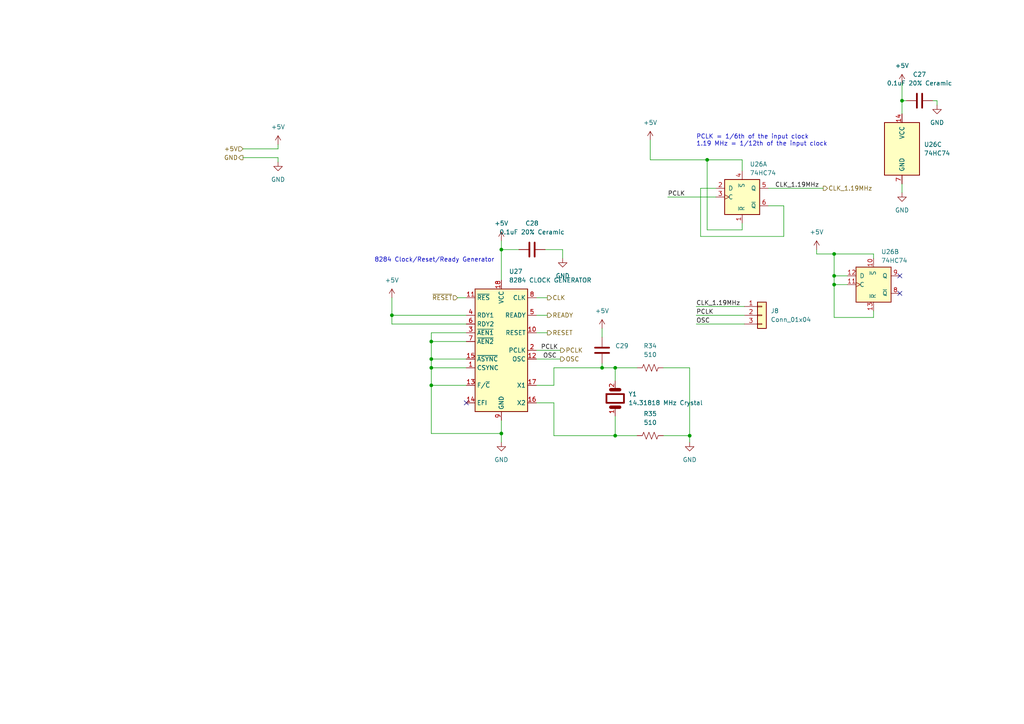
<source format=kicad_sch>
(kicad_sch
	(version 20231120)
	(generator "eeschema")
	(generator_version "8.0")
	(uuid "9644ec2a-5b3e-49e7-8a8b-86f0e6812620")
	(paper "A4")
	(lib_symbols
		(symbol "74xx:74HC74"
			(pin_names
				(offset 1.016)
			)
			(exclude_from_sim no)
			(in_bom yes)
			(on_board yes)
			(property "Reference" "U"
				(at -7.62 8.89 0)
				(effects
					(font
						(size 1.27 1.27)
					)
				)
			)
			(property "Value" "74HC74"
				(at -7.62 -8.89 0)
				(effects
					(font
						(size 1.27 1.27)
					)
				)
			)
			(property "Footprint" ""
				(at 0 0 0)
				(effects
					(font
						(size 1.27 1.27)
					)
					(hide yes)
				)
			)
			(property "Datasheet" "74xx/74hc_hct74.pdf"
				(at 0 0 0)
				(effects
					(font
						(size 1.27 1.27)
					)
					(hide yes)
				)
			)
			(property "Description" "Dual D Flip-flop, Set & Reset"
				(at 0 0 0)
				(effects
					(font
						(size 1.27 1.27)
					)
					(hide yes)
				)
			)
			(property "ki_locked" ""
				(at 0 0 0)
				(effects
					(font
						(size 1.27 1.27)
					)
				)
			)
			(property "ki_keywords" "TTL DFF"
				(at 0 0 0)
				(effects
					(font
						(size 1.27 1.27)
					)
					(hide yes)
				)
			)
			(property "ki_fp_filters" "DIP*W7.62mm*"
				(at 0 0 0)
				(effects
					(font
						(size 1.27 1.27)
					)
					(hide yes)
				)
			)
			(symbol "74HC74_1_0"
				(pin input line
					(at 0 -7.62 90)
					(length 2.54)
					(name "~{R}"
						(effects
							(font
								(size 1.27 1.27)
							)
						)
					)
					(number "1"
						(effects
							(font
								(size 1.27 1.27)
							)
						)
					)
				)
				(pin input line
					(at -7.62 2.54 0)
					(length 2.54)
					(name "D"
						(effects
							(font
								(size 1.27 1.27)
							)
						)
					)
					(number "2"
						(effects
							(font
								(size 1.27 1.27)
							)
						)
					)
				)
				(pin input clock
					(at -7.62 0 0)
					(length 2.54)
					(name "C"
						(effects
							(font
								(size 1.27 1.27)
							)
						)
					)
					(number "3"
						(effects
							(font
								(size 1.27 1.27)
							)
						)
					)
				)
				(pin input line
					(at 0 7.62 270)
					(length 2.54)
					(name "~{S}"
						(effects
							(font
								(size 1.27 1.27)
							)
						)
					)
					(number "4"
						(effects
							(font
								(size 1.27 1.27)
							)
						)
					)
				)
				(pin output line
					(at 7.62 2.54 180)
					(length 2.54)
					(name "Q"
						(effects
							(font
								(size 1.27 1.27)
							)
						)
					)
					(number "5"
						(effects
							(font
								(size 1.27 1.27)
							)
						)
					)
				)
				(pin output line
					(at 7.62 -2.54 180)
					(length 2.54)
					(name "~{Q}"
						(effects
							(font
								(size 1.27 1.27)
							)
						)
					)
					(number "6"
						(effects
							(font
								(size 1.27 1.27)
							)
						)
					)
				)
			)
			(symbol "74HC74_1_1"
				(rectangle
					(start -5.08 5.08)
					(end 5.08 -5.08)
					(stroke
						(width 0.254)
						(type default)
					)
					(fill
						(type background)
					)
				)
			)
			(symbol "74HC74_2_0"
				(pin input line
					(at 0 7.62 270)
					(length 2.54)
					(name "~{S}"
						(effects
							(font
								(size 1.27 1.27)
							)
						)
					)
					(number "10"
						(effects
							(font
								(size 1.27 1.27)
							)
						)
					)
				)
				(pin input clock
					(at -7.62 0 0)
					(length 2.54)
					(name "C"
						(effects
							(font
								(size 1.27 1.27)
							)
						)
					)
					(number "11"
						(effects
							(font
								(size 1.27 1.27)
							)
						)
					)
				)
				(pin input line
					(at -7.62 2.54 0)
					(length 2.54)
					(name "D"
						(effects
							(font
								(size 1.27 1.27)
							)
						)
					)
					(number "12"
						(effects
							(font
								(size 1.27 1.27)
							)
						)
					)
				)
				(pin input line
					(at 0 -7.62 90)
					(length 2.54)
					(name "~{R}"
						(effects
							(font
								(size 1.27 1.27)
							)
						)
					)
					(number "13"
						(effects
							(font
								(size 1.27 1.27)
							)
						)
					)
				)
				(pin output line
					(at 7.62 -2.54 180)
					(length 2.54)
					(name "~{Q}"
						(effects
							(font
								(size 1.27 1.27)
							)
						)
					)
					(number "8"
						(effects
							(font
								(size 1.27 1.27)
							)
						)
					)
				)
				(pin output line
					(at 7.62 2.54 180)
					(length 2.54)
					(name "Q"
						(effects
							(font
								(size 1.27 1.27)
							)
						)
					)
					(number "9"
						(effects
							(font
								(size 1.27 1.27)
							)
						)
					)
				)
			)
			(symbol "74HC74_2_1"
				(rectangle
					(start -5.08 5.08)
					(end 5.08 -5.08)
					(stroke
						(width 0.254)
						(type default)
					)
					(fill
						(type background)
					)
				)
			)
			(symbol "74HC74_3_0"
				(pin power_in line
					(at 0 10.16 270)
					(length 2.54)
					(name "VCC"
						(effects
							(font
								(size 1.27 1.27)
							)
						)
					)
					(number "14"
						(effects
							(font
								(size 1.27 1.27)
							)
						)
					)
				)
				(pin power_in line
					(at 0 -10.16 90)
					(length 2.54)
					(name "GND"
						(effects
							(font
								(size 1.27 1.27)
							)
						)
					)
					(number "7"
						(effects
							(font
								(size 1.27 1.27)
							)
						)
					)
				)
			)
			(symbol "74HC74_3_1"
				(rectangle
					(start -5.08 7.62)
					(end 5.08 -7.62)
					(stroke
						(width 0.254)
						(type default)
					)
					(fill
						(type background)
					)
				)
			)
		)
		(symbol "Connector_Generic:Conn_01x03"
			(pin_names
				(offset 1.016) hide)
			(exclude_from_sim no)
			(in_bom yes)
			(on_board yes)
			(property "Reference" "J"
				(at 0 5.08 0)
				(effects
					(font
						(size 1.27 1.27)
					)
				)
			)
			(property "Value" "Conn_01x03"
				(at 0 -5.08 0)
				(effects
					(font
						(size 1.27 1.27)
					)
				)
			)
			(property "Footprint" ""
				(at 0 0 0)
				(effects
					(font
						(size 1.27 1.27)
					)
					(hide yes)
				)
			)
			(property "Datasheet" "~"
				(at 0 0 0)
				(effects
					(font
						(size 1.27 1.27)
					)
					(hide yes)
				)
			)
			(property "Description" "Generic connector, single row, 01x03, script generated (kicad-library-utils/schlib/autogen/connector/)"
				(at 0 0 0)
				(effects
					(font
						(size 1.27 1.27)
					)
					(hide yes)
				)
			)
			(property "ki_keywords" "connector"
				(at 0 0 0)
				(effects
					(font
						(size 1.27 1.27)
					)
					(hide yes)
				)
			)
			(property "ki_fp_filters" "Connector*:*_1x??_*"
				(at 0 0 0)
				(effects
					(font
						(size 1.27 1.27)
					)
					(hide yes)
				)
			)
			(symbol "Conn_01x03_1_1"
				(rectangle
					(start -1.27 -2.413)
					(end 0 -2.667)
					(stroke
						(width 0.1524)
						(type default)
					)
					(fill
						(type none)
					)
				)
				(rectangle
					(start -1.27 0.127)
					(end 0 -0.127)
					(stroke
						(width 0.1524)
						(type default)
					)
					(fill
						(type none)
					)
				)
				(rectangle
					(start -1.27 2.667)
					(end 0 2.413)
					(stroke
						(width 0.1524)
						(type default)
					)
					(fill
						(type none)
					)
				)
				(rectangle
					(start -1.27 3.81)
					(end 1.27 -3.81)
					(stroke
						(width 0.254)
						(type default)
					)
					(fill
						(type background)
					)
				)
				(pin passive line
					(at -5.08 2.54 0)
					(length 3.81)
					(name "Pin_1"
						(effects
							(font
								(size 1.27 1.27)
							)
						)
					)
					(number "1"
						(effects
							(font
								(size 1.27 1.27)
							)
						)
					)
				)
				(pin passive line
					(at -5.08 0 0)
					(length 3.81)
					(name "Pin_2"
						(effects
							(font
								(size 1.27 1.27)
							)
						)
					)
					(number "2"
						(effects
							(font
								(size 1.27 1.27)
							)
						)
					)
				)
				(pin passive line
					(at -5.08 -2.54 0)
					(length 3.81)
					(name "Pin_3"
						(effects
							(font
								(size 1.27 1.27)
							)
						)
					)
					(number "3"
						(effects
							(font
								(size 1.27 1.27)
							)
						)
					)
				)
			)
		)
		(symbol "Device:C"
			(pin_numbers hide)
			(pin_names
				(offset 0.254)
			)
			(exclude_from_sim no)
			(in_bom yes)
			(on_board yes)
			(property "Reference" "C"
				(at 0.635 2.54 0)
				(effects
					(font
						(size 1.27 1.27)
					)
					(justify left)
				)
			)
			(property "Value" "C"
				(at 0.635 -2.54 0)
				(effects
					(font
						(size 1.27 1.27)
					)
					(justify left)
				)
			)
			(property "Footprint" ""
				(at 0.9652 -3.81 0)
				(effects
					(font
						(size 1.27 1.27)
					)
					(hide yes)
				)
			)
			(property "Datasheet" "~"
				(at 0 0 0)
				(effects
					(font
						(size 1.27 1.27)
					)
					(hide yes)
				)
			)
			(property "Description" "Unpolarized capacitor"
				(at 0 0 0)
				(effects
					(font
						(size 1.27 1.27)
					)
					(hide yes)
				)
			)
			(property "ki_keywords" "cap capacitor"
				(at 0 0 0)
				(effects
					(font
						(size 1.27 1.27)
					)
					(hide yes)
				)
			)
			(property "ki_fp_filters" "C_*"
				(at 0 0 0)
				(effects
					(font
						(size 1.27 1.27)
					)
					(hide yes)
				)
			)
			(symbol "C_0_1"
				(polyline
					(pts
						(xy -2.032 -0.762) (xy 2.032 -0.762)
					)
					(stroke
						(width 0.508)
						(type default)
					)
					(fill
						(type none)
					)
				)
				(polyline
					(pts
						(xy -2.032 0.762) (xy 2.032 0.762)
					)
					(stroke
						(width 0.508)
						(type default)
					)
					(fill
						(type none)
					)
				)
			)
			(symbol "C_1_1"
				(pin passive line
					(at 0 3.81 270)
					(length 2.794)
					(name "~"
						(effects
							(font
								(size 1.27 1.27)
							)
						)
					)
					(number "1"
						(effects
							(font
								(size 1.27 1.27)
							)
						)
					)
				)
				(pin passive line
					(at 0 -3.81 90)
					(length 2.794)
					(name "~"
						(effects
							(font
								(size 1.27 1.27)
							)
						)
					)
					(number "2"
						(effects
							(font
								(size 1.27 1.27)
							)
						)
					)
				)
			)
		)
		(symbol "Device:R_US"
			(pin_numbers hide)
			(pin_names
				(offset 0)
			)
			(exclude_from_sim no)
			(in_bom yes)
			(on_board yes)
			(property "Reference" "R"
				(at 2.54 0 90)
				(effects
					(font
						(size 1.27 1.27)
					)
				)
			)
			(property "Value" "R_US"
				(at -2.54 0 90)
				(effects
					(font
						(size 1.27 1.27)
					)
				)
			)
			(property "Footprint" ""
				(at 1.016 -0.254 90)
				(effects
					(font
						(size 1.27 1.27)
					)
					(hide yes)
				)
			)
			(property "Datasheet" "~"
				(at 0 0 0)
				(effects
					(font
						(size 1.27 1.27)
					)
					(hide yes)
				)
			)
			(property "Description" "Resistor, US symbol"
				(at 0 0 0)
				(effects
					(font
						(size 1.27 1.27)
					)
					(hide yes)
				)
			)
			(property "ki_keywords" "R res resistor"
				(at 0 0 0)
				(effects
					(font
						(size 1.27 1.27)
					)
					(hide yes)
				)
			)
			(property "ki_fp_filters" "R_*"
				(at 0 0 0)
				(effects
					(font
						(size 1.27 1.27)
					)
					(hide yes)
				)
			)
			(symbol "R_US_0_1"
				(polyline
					(pts
						(xy 0 -2.286) (xy 0 -2.54)
					)
					(stroke
						(width 0)
						(type default)
					)
					(fill
						(type none)
					)
				)
				(polyline
					(pts
						(xy 0 2.286) (xy 0 2.54)
					)
					(stroke
						(width 0)
						(type default)
					)
					(fill
						(type none)
					)
				)
				(polyline
					(pts
						(xy 0 -0.762) (xy 1.016 -1.143) (xy 0 -1.524) (xy -1.016 -1.905) (xy 0 -2.286)
					)
					(stroke
						(width 0)
						(type default)
					)
					(fill
						(type none)
					)
				)
				(polyline
					(pts
						(xy 0 0.762) (xy 1.016 0.381) (xy 0 0) (xy -1.016 -0.381) (xy 0 -0.762)
					)
					(stroke
						(width 0)
						(type default)
					)
					(fill
						(type none)
					)
				)
				(polyline
					(pts
						(xy 0 2.286) (xy 1.016 1.905) (xy 0 1.524) (xy -1.016 1.143) (xy 0 0.762)
					)
					(stroke
						(width 0)
						(type default)
					)
					(fill
						(type none)
					)
				)
			)
			(symbol "R_US_1_1"
				(pin passive line
					(at 0 3.81 270)
					(length 1.27)
					(name "~"
						(effects
							(font
								(size 1.27 1.27)
							)
						)
					)
					(number "1"
						(effects
							(font
								(size 1.27 1.27)
							)
						)
					)
				)
				(pin passive line
					(at 0 -3.81 90)
					(length 1.27)
					(name "~"
						(effects
							(font
								(size 1.27 1.27)
							)
						)
					)
					(number "2"
						(effects
							(font
								(size 1.27 1.27)
							)
						)
					)
				)
			)
		)
		(symbol "PCM_SL_Devices:Crystal_24MHz"
			(exclude_from_sim no)
			(in_bom yes)
			(on_board yes)
			(property "Reference" "Y"
				(at 0 7.62 0)
				(effects
					(font
						(size 1.27 1.27)
					)
				)
			)
			(property "Value" "Crystal_24MHz"
				(at 0 5.08 0)
				(effects
					(font
						(size 1.27 1.27)
					)
				)
			)
			(property "Footprint" "Crystal:Crystal_HC49-4H_Vertical"
				(at 0 -3.81 0)
				(effects
					(font
						(size 1.27 1.27)
					)
					(hide yes)
				)
			)
			(property "Datasheet" ""
				(at 0 1.27 0)
				(effects
					(font
						(size 1.27 1.27)
					)
					(hide yes)
				)
			)
			(property "Description" "24Mz Crystal"
				(at 0 0 0)
				(effects
					(font
						(size 1.27 1.27)
					)
					(hide yes)
				)
			)
			(property "ki_keywords" "24Mz Crystal"
				(at 0 0 0)
				(effects
					(font
						(size 1.27 1.27)
					)
					(hide yes)
				)
			)
			(symbol "Crystal_24MHz_0_1"
				(rectangle
					(start -1.27 2.54)
					(end 1.27 -2.54)
					(stroke
						(width 0.5)
						(type default)
					)
					(fill
						(type none)
					)
				)
				(polyline
					(pts
						(xy -2.54 1.27) (xy -2.54 -1.27)
					)
					(stroke
						(width 1)
						(type default)
					)
					(fill
						(type none)
					)
				)
				(polyline
					(pts
						(xy 2.54 1.27) (xy 2.54 -1.27)
					)
					(stroke
						(width 1)
						(type default)
					)
					(fill
						(type none)
					)
				)
			)
			(symbol "Crystal_24MHz_1_1"
				(pin passive line
					(at -5.08 0 0)
					(length 2.54)
					(name ""
						(effects
							(font
								(size 1.27 1.27)
							)
						)
					)
					(number "1"
						(effects
							(font
								(size 1.27 1.27)
							)
						)
					)
				)
				(pin passive line
					(at 5.08 0 180)
					(length 2.54)
					(name ""
						(effects
							(font
								(size 1.27 1.27)
							)
						)
					)
					(number "2"
						(effects
							(font
								(size 1.27 1.27)
							)
						)
					)
				)
			)
		)
		(symbol "Timer:8284"
			(exclude_from_sim no)
			(in_bom yes)
			(on_board yes)
			(property "Reference" "U"
				(at -3.81 19.05 0)
				(effects
					(font
						(size 1.27 1.27)
					)
					(justify right)
				)
			)
			(property "Value" "8284"
				(at 2.54 19.05 0)
				(effects
					(font
						(size 1.27 1.27)
					)
					(justify left)
				)
			)
			(property "Footprint" "Package_DIP:DIP-18_W7.62mm"
				(at 0 0 0)
				(effects
					(font
						(size 1.27 1.27)
						(italic yes)
					)
					(hide yes)
				)
			)
			(property "Datasheet" "http://www.cpu-galaxy.at/cpu/ram%20rom%20eprom/other_intel_chips/other_intel-Dateien/D8284A_Datasheet.pdf"
				(at 0 0 0)
				(effects
					(font
						(size 1.27 1.27)
					)
					(hide yes)
				)
			)
			(property "Description" "Clock Generator and Driver for i8086/88 Microcontrollers, PDIP-18"
				(at 0 0 0)
				(effects
					(font
						(size 1.27 1.27)
					)
					(hide yes)
				)
			)
			(property "ki_keywords" "Clock Generator"
				(at 0 0 0)
				(effects
					(font
						(size 1.27 1.27)
					)
					(hide yes)
				)
			)
			(property "ki_fp_filters" "DIP*W7.62mm*"
				(at 0 0 0)
				(effects
					(font
						(size 1.27 1.27)
					)
					(hide yes)
				)
			)
			(symbol "8284_0_0"
				(rectangle
					(start -7.62 -17.78)
					(end 7.62 17.78)
					(stroke
						(width 0.254)
						(type default)
					)
					(fill
						(type background)
					)
				)
			)
			(symbol "8284_1_1"
				(pin input line
					(at -10.16 -5.08 0)
					(length 2.54)
					(name "CSYNC"
						(effects
							(font
								(size 1.27 1.27)
							)
						)
					)
					(number "1"
						(effects
							(font
								(size 1.27 1.27)
							)
						)
					)
				)
				(pin output line
					(at 10.16 5.08 180)
					(length 2.54)
					(name "RESET"
						(effects
							(font
								(size 1.27 1.27)
							)
						)
					)
					(number "10"
						(effects
							(font
								(size 1.27 1.27)
							)
						)
					)
				)
				(pin input line
					(at -10.16 15.24 0)
					(length 2.54)
					(name "~{RES}"
						(effects
							(font
								(size 1.27 1.27)
							)
						)
					)
					(number "11"
						(effects
							(font
								(size 1.27 1.27)
							)
						)
					)
				)
				(pin output line
					(at 10.16 -2.54 180)
					(length 2.54)
					(name "OSC"
						(effects
							(font
								(size 1.27 1.27)
							)
						)
					)
					(number "12"
						(effects
							(font
								(size 1.27 1.27)
							)
						)
					)
				)
				(pin input line
					(at -10.16 -10.16 0)
					(length 2.54)
					(name "F/~{C}"
						(effects
							(font
								(size 1.27 1.27)
							)
						)
					)
					(number "13"
						(effects
							(font
								(size 1.27 1.27)
							)
						)
					)
				)
				(pin input line
					(at -10.16 -15.24 0)
					(length 2.54)
					(name "EFI"
						(effects
							(font
								(size 1.27 1.27)
							)
						)
					)
					(number "14"
						(effects
							(font
								(size 1.27 1.27)
							)
						)
					)
				)
				(pin input line
					(at -10.16 -2.54 0)
					(length 2.54)
					(name "~{ASYNC}"
						(effects
							(font
								(size 1.27 1.27)
							)
						)
					)
					(number "15"
						(effects
							(font
								(size 1.27 1.27)
							)
						)
					)
				)
				(pin output line
					(at 10.16 -15.24 180)
					(length 2.54)
					(name "X2"
						(effects
							(font
								(size 1.27 1.27)
							)
						)
					)
					(number "16"
						(effects
							(font
								(size 1.27 1.27)
							)
						)
					)
				)
				(pin input line
					(at 10.16 -10.16 180)
					(length 2.54)
					(name "X1"
						(effects
							(font
								(size 1.27 1.27)
							)
						)
					)
					(number "17"
						(effects
							(font
								(size 1.27 1.27)
							)
						)
					)
				)
				(pin power_in line
					(at 0 20.32 270)
					(length 2.54)
					(name "VCC"
						(effects
							(font
								(size 1.27 1.27)
							)
						)
					)
					(number "18"
						(effects
							(font
								(size 1.27 1.27)
							)
						)
					)
				)
				(pin output line
					(at 10.16 0 180)
					(length 2.54)
					(name "PCLK"
						(effects
							(font
								(size 1.27 1.27)
							)
						)
					)
					(number "2"
						(effects
							(font
								(size 1.27 1.27)
							)
						)
					)
				)
				(pin input line
					(at -10.16 5.08 0)
					(length 2.54)
					(name "~{AEN1}"
						(effects
							(font
								(size 1.27 1.27)
							)
						)
					)
					(number "3"
						(effects
							(font
								(size 1.27 1.27)
							)
						)
					)
				)
				(pin input line
					(at -10.16 10.16 0)
					(length 2.54)
					(name "RDY1"
						(effects
							(font
								(size 1.27 1.27)
							)
						)
					)
					(number "4"
						(effects
							(font
								(size 1.27 1.27)
							)
						)
					)
				)
				(pin output line
					(at 10.16 10.16 180)
					(length 2.54)
					(name "READY"
						(effects
							(font
								(size 1.27 1.27)
							)
						)
					)
					(number "5"
						(effects
							(font
								(size 1.27 1.27)
							)
						)
					)
				)
				(pin input line
					(at -10.16 7.62 0)
					(length 2.54)
					(name "RDY2"
						(effects
							(font
								(size 1.27 1.27)
							)
						)
					)
					(number "6"
						(effects
							(font
								(size 1.27 1.27)
							)
						)
					)
				)
				(pin input line
					(at -10.16 2.54 0)
					(length 2.54)
					(name "~{AEN2}"
						(effects
							(font
								(size 1.27 1.27)
							)
						)
					)
					(number "7"
						(effects
							(font
								(size 1.27 1.27)
							)
						)
					)
				)
				(pin output line
					(at 10.16 15.24 180)
					(length 2.54)
					(name "CLK"
						(effects
							(font
								(size 1.27 1.27)
							)
						)
					)
					(number "8"
						(effects
							(font
								(size 1.27 1.27)
							)
						)
					)
				)
				(pin power_in line
					(at 0 -20.32 90)
					(length 2.54)
					(name "GND"
						(effects
							(font
								(size 1.27 1.27)
							)
						)
					)
					(number "9"
						(effects
							(font
								(size 1.27 1.27)
							)
						)
					)
				)
			)
		)
		(symbol "power:+5V"
			(power)
			(pin_names
				(offset 0)
			)
			(exclude_from_sim no)
			(in_bom yes)
			(on_board yes)
			(property "Reference" "#PWR"
				(at 0 -3.81 0)
				(effects
					(font
						(size 1.27 1.27)
					)
					(hide yes)
				)
			)
			(property "Value" "+5V"
				(at 0 3.556 0)
				(effects
					(font
						(size 1.27 1.27)
					)
				)
			)
			(property "Footprint" ""
				(at 0 0 0)
				(effects
					(font
						(size 1.27 1.27)
					)
					(hide yes)
				)
			)
			(property "Datasheet" ""
				(at 0 0 0)
				(effects
					(font
						(size 1.27 1.27)
					)
					(hide yes)
				)
			)
			(property "Description" "Power symbol creates a global label with name \"+5V\""
				(at 0 0 0)
				(effects
					(font
						(size 1.27 1.27)
					)
					(hide yes)
				)
			)
			(property "ki_keywords" "global power"
				(at 0 0 0)
				(effects
					(font
						(size 1.27 1.27)
					)
					(hide yes)
				)
			)
			(symbol "+5V_0_1"
				(polyline
					(pts
						(xy -0.762 1.27) (xy 0 2.54)
					)
					(stroke
						(width 0)
						(type default)
					)
					(fill
						(type none)
					)
				)
				(polyline
					(pts
						(xy 0 0) (xy 0 2.54)
					)
					(stroke
						(width 0)
						(type default)
					)
					(fill
						(type none)
					)
				)
				(polyline
					(pts
						(xy 0 2.54) (xy 0.762 1.27)
					)
					(stroke
						(width 0)
						(type default)
					)
					(fill
						(type none)
					)
				)
			)
			(symbol "+5V_1_1"
				(pin power_in line
					(at 0 0 90)
					(length 0) hide
					(name "+5V"
						(effects
							(font
								(size 1.27 1.27)
							)
						)
					)
					(number "1"
						(effects
							(font
								(size 1.27 1.27)
							)
						)
					)
				)
			)
		)
		(symbol "power:GND"
			(power)
			(pin_names
				(offset 0)
			)
			(exclude_from_sim no)
			(in_bom yes)
			(on_board yes)
			(property "Reference" "#PWR"
				(at 0 -6.35 0)
				(effects
					(font
						(size 1.27 1.27)
					)
					(hide yes)
				)
			)
			(property "Value" "GND"
				(at 0 -3.81 0)
				(effects
					(font
						(size 1.27 1.27)
					)
				)
			)
			(property "Footprint" ""
				(at 0 0 0)
				(effects
					(font
						(size 1.27 1.27)
					)
					(hide yes)
				)
			)
			(property "Datasheet" ""
				(at 0 0 0)
				(effects
					(font
						(size 1.27 1.27)
					)
					(hide yes)
				)
			)
			(property "Description" "Power symbol creates a global label with name \"GND\" , ground"
				(at 0 0 0)
				(effects
					(font
						(size 1.27 1.27)
					)
					(hide yes)
				)
			)
			(property "ki_keywords" "global power"
				(at 0 0 0)
				(effects
					(font
						(size 1.27 1.27)
					)
					(hide yes)
				)
			)
			(symbol "GND_0_1"
				(polyline
					(pts
						(xy 0 0) (xy 0 -1.27) (xy 1.27 -1.27) (xy 0 -2.54) (xy -1.27 -1.27) (xy 0 -1.27)
					)
					(stroke
						(width 0)
						(type default)
					)
					(fill
						(type none)
					)
				)
			)
			(symbol "GND_1_1"
				(pin power_in line
					(at 0 0 270)
					(length 0) hide
					(name "GND"
						(effects
							(font
								(size 1.27 1.27)
							)
						)
					)
					(number "1"
						(effects
							(font
								(size 1.27 1.27)
							)
						)
					)
				)
			)
		)
	)
	(junction
		(at 241.935 80.01)
		(diameter 0)
		(color 0 0 0 0)
		(uuid "29fbb771-f41b-48ae-a298-ab1e139ff9f7")
	)
	(junction
		(at 178.435 126.365)
		(diameter 0)
		(color 0 0 0 0)
		(uuid "3bab08b3-48db-4ce3-9964-c1959d565287")
	)
	(junction
		(at 241.935 82.55)
		(diameter 0)
		(color 0 0 0 0)
		(uuid "3eb63262-dd32-4dab-8edf-35801e2c2ac8")
	)
	(junction
		(at 145.415 125.73)
		(diameter 0)
		(color 0 0 0 0)
		(uuid "4360cf6c-df34-417a-b8f0-c51e3c5baefc")
	)
	(junction
		(at 125.095 106.68)
		(diameter 0)
		(color 0 0 0 0)
		(uuid "701ac743-cbe1-4933-a459-c4486947a674")
	)
	(junction
		(at 125.095 104.14)
		(diameter 0)
		(color 0 0 0 0)
		(uuid "74d48e1e-4ad7-4c31-98a0-4727050a9df2")
	)
	(junction
		(at 241.935 73.66)
		(diameter 0)
		(color 0 0 0 0)
		(uuid "76c7f422-9fba-48f0-936b-030d21c3ffcd")
	)
	(junction
		(at 261.62 29.21)
		(diameter 0)
		(color 0 0 0 0)
		(uuid "b95e61fc-e0f5-4b31-b87f-c38305e18cac")
	)
	(junction
		(at 145.415 72.39)
		(diameter 0)
		(color 0 0 0 0)
		(uuid "bd49a419-2641-460b-96c6-3115c90fada2")
	)
	(junction
		(at 174.625 106.68)
		(diameter 0)
		(color 0 0 0 0)
		(uuid "c3871ad2-87b2-42c1-96d3-8736b7e2209e")
	)
	(junction
		(at 205.105 46.355)
		(diameter 0)
		(color 0 0 0 0)
		(uuid "cd442b8a-d981-4a34-9037-9da6baee6aca")
	)
	(junction
		(at 178.435 106.68)
		(diameter 0)
		(color 0 0 0 0)
		(uuid "de7149aa-bd88-4aa9-8754-f9236fa2833f")
	)
	(junction
		(at 200.025 126.365)
		(diameter 0)
		(color 0 0 0 0)
		(uuid "dec8b83d-f60f-4ccb-94a3-98f3d620e27b")
	)
	(junction
		(at 113.665 91.44)
		(diameter 0)
		(color 0 0 0 0)
		(uuid "df1e0f8e-a1ec-4497-9c9b-0065c354ef67")
	)
	(junction
		(at 125.095 111.76)
		(diameter 0)
		(color 0 0 0 0)
		(uuid "eb214fe5-3974-4d4e-85d0-1feea85866e7")
	)
	(junction
		(at 125.095 99.06)
		(diameter 0)
		(color 0 0 0 0)
		(uuid "f62a66d4-c67d-4e72-96cf-3ae6579f7a0a")
	)
	(no_connect
		(at 260.985 85.09)
		(uuid "55a03894-5e2b-4086-b45f-a3936d83fd2a")
	)
	(no_connect
		(at 260.985 80.01)
		(uuid "9036f7c9-ce53-4c1f-865e-1db085cef282")
	)
	(no_connect
		(at 135.255 116.84)
		(uuid "e8dd8f13-78bf-4121-acb4-43c617ad7733")
	)
	(wire
		(pts
			(xy 215.265 64.77) (xy 215.265 66.675)
		)
		(stroke
			(width 0)
			(type default)
		)
		(uuid "03f1e526-6577-474a-a11a-04c863a3ca1c")
	)
	(wire
		(pts
			(xy 80.645 45.72) (xy 80.645 46.99)
		)
		(stroke
			(width 0)
			(type default)
		)
		(uuid "04bfbe3f-85dd-4f5e-add7-47d91614d9c3")
	)
	(wire
		(pts
			(xy 241.935 80.01) (xy 241.935 82.55)
		)
		(stroke
			(width 0)
			(type default)
		)
		(uuid "0981271f-b4a1-477c-9369-83486b51186a")
	)
	(wire
		(pts
			(xy 160.655 126.365) (xy 178.435 126.365)
		)
		(stroke
			(width 0)
			(type default)
		)
		(uuid "0bc716da-1fe0-483f-bd5a-b81d454ea436")
	)
	(wire
		(pts
			(xy 135.255 106.68) (xy 125.095 106.68)
		)
		(stroke
			(width 0)
			(type default)
		)
		(uuid "0db09d09-0dc9-40d1-8b17-94aa6774633b")
	)
	(wire
		(pts
			(xy 155.575 104.14) (xy 162.56 104.14)
		)
		(stroke
			(width 0)
			(type default)
		)
		(uuid "0fb807d1-7c9b-4953-9d4c-b84cb8f255a3")
	)
	(wire
		(pts
			(xy 113.665 86.36) (xy 113.665 91.44)
		)
		(stroke
			(width 0)
			(type default)
		)
		(uuid "10df7009-fc19-4160-9473-74b9cd44c510")
	)
	(wire
		(pts
			(xy 253.365 73.66) (xy 241.935 73.66)
		)
		(stroke
			(width 0)
			(type default)
		)
		(uuid "1158b07f-96da-47c5-8dc1-b910a8a38624")
	)
	(wire
		(pts
			(xy 155.575 96.52) (xy 158.75 96.52)
		)
		(stroke
			(width 0)
			(type default)
		)
		(uuid "19a2046c-02b9-4eeb-874d-58b10a1317d3")
	)
	(wire
		(pts
			(xy 174.625 105.41) (xy 174.625 106.68)
		)
		(stroke
			(width 0)
			(type default)
		)
		(uuid "1bc85d52-9d28-4cb4-bf98-12664b5e3570")
	)
	(wire
		(pts
			(xy 201.93 88.9) (xy 215.9 88.9)
		)
		(stroke
			(width 0)
			(type default)
		)
		(uuid "1cf70e46-4dcc-4f9d-8104-ff1ddd14a876")
	)
	(wire
		(pts
			(xy 201.93 91.44) (xy 215.9 91.44)
		)
		(stroke
			(width 0)
			(type default)
		)
		(uuid "20ee2bbe-9eb4-49e4-9bab-6322d457b87c")
	)
	(wire
		(pts
			(xy 201.93 93.98) (xy 215.9 93.98)
		)
		(stroke
			(width 0)
			(type default)
		)
		(uuid "23c411aa-d06b-4775-946b-cde54c9c9a18")
	)
	(wire
		(pts
			(xy 261.62 24.13) (xy 261.62 29.21)
		)
		(stroke
			(width 0)
			(type default)
		)
		(uuid "24bda0e5-5e93-4798-bcba-58082cc0b578")
	)
	(wire
		(pts
			(xy 125.095 111.76) (xy 125.095 125.73)
		)
		(stroke
			(width 0)
			(type default)
		)
		(uuid "25119d5f-e250-4a3d-ae00-b7530fbfe35a")
	)
	(wire
		(pts
			(xy 145.415 69.85) (xy 145.415 72.39)
		)
		(stroke
			(width 0)
			(type default)
		)
		(uuid "28744f4d-b630-40bf-8393-cadab8b611a9")
	)
	(wire
		(pts
			(xy 160.655 106.68) (xy 174.625 106.68)
		)
		(stroke
			(width 0)
			(type default)
		)
		(uuid "3040a184-c259-4dd0-a7e1-6474e234c5cc")
	)
	(wire
		(pts
			(xy 203.2 54.61) (xy 207.645 54.61)
		)
		(stroke
			(width 0)
			(type default)
		)
		(uuid "312fb130-4005-41c1-b07c-7124ca5e2d5a")
	)
	(wire
		(pts
			(xy 188.595 40.64) (xy 188.595 46.355)
		)
		(stroke
			(width 0)
			(type default)
		)
		(uuid "344f9344-a5cd-4bd9-ac55-9975fdfb49f1")
	)
	(wire
		(pts
			(xy 174.625 106.68) (xy 178.435 106.68)
		)
		(stroke
			(width 0)
			(type default)
		)
		(uuid "365eccbb-f03c-4ec7-9f3c-c0f345781738")
	)
	(wire
		(pts
			(xy 203.2 68.58) (xy 203.2 54.61)
		)
		(stroke
			(width 0)
			(type default)
		)
		(uuid "3ac5991f-7a3f-4658-8f4b-f9425931e5e6")
	)
	(wire
		(pts
			(xy 241.935 80.01) (xy 245.745 80.01)
		)
		(stroke
			(width 0)
			(type default)
		)
		(uuid "3c019c3e-dcbf-4ade-93b4-6cb682183f66")
	)
	(wire
		(pts
			(xy 125.095 104.14) (xy 125.095 99.06)
		)
		(stroke
			(width 0)
			(type default)
		)
		(uuid "3c6a7c76-84b4-43cc-a100-47b46dc81039")
	)
	(wire
		(pts
			(xy 160.655 116.84) (xy 160.655 126.365)
		)
		(stroke
			(width 0)
			(type default)
		)
		(uuid "4b015d2e-a767-40d7-867b-3e1d4955158e")
	)
	(wire
		(pts
			(xy 222.885 59.69) (xy 227.33 59.69)
		)
		(stroke
			(width 0)
			(type default)
		)
		(uuid "4d19e20e-dc60-48a5-993d-d0c532fcd9c3")
	)
	(wire
		(pts
			(xy 215.265 49.53) (xy 215.265 46.355)
		)
		(stroke
			(width 0)
			(type default)
		)
		(uuid "4fa74457-bc95-44e7-9e10-d0c4b468ee51")
	)
	(wire
		(pts
			(xy 155.575 101.6) (xy 162.56 101.6)
		)
		(stroke
			(width 0)
			(type default)
		)
		(uuid "50acfb80-bbd1-4ad7-92ff-a4492478fb8a")
	)
	(wire
		(pts
			(xy 253.365 92.075) (xy 253.365 90.17)
		)
		(stroke
			(width 0)
			(type default)
		)
		(uuid "52a1d33c-0b23-4fee-80f4-c700b76aca2b")
	)
	(wire
		(pts
			(xy 215.265 46.355) (xy 205.105 46.355)
		)
		(stroke
			(width 0)
			(type default)
		)
		(uuid "53f2a72a-53be-4d2f-9ab7-5b985dc8c8a5")
	)
	(wire
		(pts
			(xy 200.025 106.68) (xy 200.025 126.365)
		)
		(stroke
			(width 0)
			(type default)
		)
		(uuid "5d257c45-ba52-401f-bb56-fa17576d6cc2")
	)
	(wire
		(pts
			(xy 113.665 93.98) (xy 135.255 93.98)
		)
		(stroke
			(width 0)
			(type default)
		)
		(uuid "5e5491e4-aeaf-457f-aa7b-91ff6aa530e0")
	)
	(wire
		(pts
			(xy 163.195 72.39) (xy 163.195 74.93)
		)
		(stroke
			(width 0)
			(type default)
		)
		(uuid "60c50a5e-0f93-4026-9d96-03d2cc4f6675")
	)
	(wire
		(pts
			(xy 222.885 54.61) (xy 238.76 54.61)
		)
		(stroke
			(width 0)
			(type default)
		)
		(uuid "62250d57-4567-4e6d-9c88-9baa4637fc08")
	)
	(wire
		(pts
			(xy 236.855 73.66) (xy 236.855 72.39)
		)
		(stroke
			(width 0)
			(type default)
		)
		(uuid "63072b59-1037-4f69-8556-fd12c43850eb")
	)
	(wire
		(pts
			(xy 125.095 104.14) (xy 135.255 104.14)
		)
		(stroke
			(width 0)
			(type default)
		)
		(uuid "65711725-af81-4611-9a79-cb32e5aa89c8")
	)
	(wire
		(pts
			(xy 125.095 106.68) (xy 125.095 104.14)
		)
		(stroke
			(width 0)
			(type default)
		)
		(uuid "660a3c3b-34b7-432f-95ab-17d5f3946730")
	)
	(wire
		(pts
			(xy 155.575 91.44) (xy 158.75 91.44)
		)
		(stroke
			(width 0)
			(type default)
		)
		(uuid "68626427-24ba-44e3-94f7-6edaf93c3e4a")
	)
	(wire
		(pts
			(xy 135.255 96.52) (xy 125.095 96.52)
		)
		(stroke
			(width 0)
			(type default)
		)
		(uuid "717ca918-428d-4baf-b6a9-6edcf1a5d228")
	)
	(wire
		(pts
			(xy 271.78 30.48) (xy 271.78 29.21)
		)
		(stroke
			(width 0)
			(type default)
		)
		(uuid "7a9d4d9b-1713-47f6-8911-a08182683c10")
	)
	(wire
		(pts
			(xy 215.265 66.675) (xy 205.105 66.675)
		)
		(stroke
			(width 0)
			(type default)
		)
		(uuid "7dea771f-38a5-4dc0-9608-9448973b84f7")
	)
	(wire
		(pts
			(xy 145.415 72.39) (xy 145.415 81.28)
		)
		(stroke
			(width 0)
			(type default)
		)
		(uuid "7fb4f26c-9ed6-4114-bdf3-8a5b212b9422")
	)
	(wire
		(pts
			(xy 132.715 86.36) (xy 135.255 86.36)
		)
		(stroke
			(width 0)
			(type default)
		)
		(uuid "8e984572-6fa4-48bb-ba5a-8a5b1a0b7657")
	)
	(wire
		(pts
			(xy 155.575 86.36) (xy 158.75 86.36)
		)
		(stroke
			(width 0)
			(type default)
		)
		(uuid "8f74d1a2-db15-40e4-9fd9-8e270b91c50c")
	)
	(wire
		(pts
			(xy 113.665 91.44) (xy 135.255 91.44)
		)
		(stroke
			(width 0)
			(type default)
		)
		(uuid "90134cdf-be08-470e-8ecc-3493e5453cd3")
	)
	(wire
		(pts
			(xy 155.575 111.76) (xy 160.655 111.76)
		)
		(stroke
			(width 0)
			(type default)
		)
		(uuid "9338228e-9f20-4ecc-9597-4949df4f2835")
	)
	(wire
		(pts
			(xy 205.105 46.355) (xy 205.105 66.675)
		)
		(stroke
			(width 0)
			(type default)
		)
		(uuid "94c9bc05-dd1a-461f-84fb-e7c0fbdcdcad")
	)
	(wire
		(pts
			(xy 178.435 106.68) (xy 178.435 110.49)
		)
		(stroke
			(width 0)
			(type default)
		)
		(uuid "976cd3ba-a0ac-42ef-a648-29d8fc1a715d")
	)
	(wire
		(pts
			(xy 145.415 72.39) (xy 150.495 72.39)
		)
		(stroke
			(width 0)
			(type default)
		)
		(uuid "9ca58f81-4b77-43e6-9876-af4638529406")
	)
	(wire
		(pts
			(xy 145.415 121.92) (xy 145.415 125.73)
		)
		(stroke
			(width 0)
			(type default)
		)
		(uuid "a10edfc3-f2a0-4078-83dd-ebbf36f4f79c")
	)
	(wire
		(pts
			(xy 155.575 116.84) (xy 160.655 116.84)
		)
		(stroke
			(width 0)
			(type default)
		)
		(uuid "a1c0e611-3039-4262-bba1-3b008b4b220a")
	)
	(wire
		(pts
			(xy 241.935 92.075) (xy 241.935 82.55)
		)
		(stroke
			(width 0)
			(type default)
		)
		(uuid "a37beac6-6f60-4b85-9ad1-26a51e3db695")
	)
	(wire
		(pts
			(xy 261.62 53.34) (xy 261.62 55.88)
		)
		(stroke
			(width 0)
			(type default)
		)
		(uuid "a4ee7669-0d11-42d6-b80f-22007060bc3c")
	)
	(wire
		(pts
			(xy 178.435 120.65) (xy 178.435 126.365)
		)
		(stroke
			(width 0)
			(type default)
		)
		(uuid "a57810b4-d447-46bb-bc07-287ad706e076")
	)
	(wire
		(pts
			(xy 125.095 99.06) (xy 135.255 99.06)
		)
		(stroke
			(width 0)
			(type default)
		)
		(uuid "a69aad70-4b43-4ea7-b439-4af5ac0acae2")
	)
	(wire
		(pts
			(xy 158.115 72.39) (xy 163.195 72.39)
		)
		(stroke
			(width 0)
			(type default)
		)
		(uuid "a6e3f6cf-04e2-4359-ba06-a5554da054fd")
	)
	(wire
		(pts
			(xy 70.485 45.72) (xy 80.645 45.72)
		)
		(stroke
			(width 0)
			(type default)
		)
		(uuid "a737de57-b6f6-4b14-9b22-0c5dc4c0d8f1")
	)
	(wire
		(pts
			(xy 192.405 126.365) (xy 200.025 126.365)
		)
		(stroke
			(width 0)
			(type default)
		)
		(uuid "aeb5b3b5-3722-4bea-b79a-383773952365")
	)
	(wire
		(pts
			(xy 160.655 111.76) (xy 160.655 106.68)
		)
		(stroke
			(width 0)
			(type default)
		)
		(uuid "b501ab0d-3445-4818-91fb-daad681beea8")
	)
	(wire
		(pts
			(xy 241.935 73.66) (xy 236.855 73.66)
		)
		(stroke
			(width 0)
			(type default)
		)
		(uuid "b6b1e52a-ed15-4616-a721-364277e4be81")
	)
	(wire
		(pts
			(xy 145.415 125.73) (xy 145.415 128.27)
		)
		(stroke
			(width 0)
			(type default)
		)
		(uuid "b8b1e3bc-9380-41fd-b573-73772b123b77")
	)
	(wire
		(pts
			(xy 253.365 74.93) (xy 253.365 73.66)
		)
		(stroke
			(width 0)
			(type default)
		)
		(uuid "bc742a53-003b-4fea-8470-e686d76acd20")
	)
	(wire
		(pts
			(xy 125.095 96.52) (xy 125.095 99.06)
		)
		(stroke
			(width 0)
			(type default)
		)
		(uuid "c0d25288-ffc4-4956-a9f1-65e032151be7")
	)
	(wire
		(pts
			(xy 188.595 46.355) (xy 205.105 46.355)
		)
		(stroke
			(width 0)
			(type default)
		)
		(uuid "c1422c07-798a-41fc-b915-ecef00373cc8")
	)
	(wire
		(pts
			(xy 70.485 43.18) (xy 80.645 43.18)
		)
		(stroke
			(width 0)
			(type default)
		)
		(uuid "c1520638-d78c-4e1a-a520-b474f198d8fe")
	)
	(wire
		(pts
			(xy 113.665 91.44) (xy 113.665 93.98)
		)
		(stroke
			(width 0)
			(type default)
		)
		(uuid "c291ff3d-a614-491f-a02e-48cb90ae5242")
	)
	(wire
		(pts
			(xy 174.625 95.25) (xy 174.625 97.79)
		)
		(stroke
			(width 0)
			(type default)
		)
		(uuid "c33e5997-f18b-40f7-bfc2-c3119d925949")
	)
	(wire
		(pts
			(xy 125.095 125.73) (xy 145.415 125.73)
		)
		(stroke
			(width 0)
			(type default)
		)
		(uuid "c846d2dd-3848-46a8-b164-30aaad7a8c36")
	)
	(wire
		(pts
			(xy 193.675 57.15) (xy 207.645 57.15)
		)
		(stroke
			(width 0)
			(type default)
		)
		(uuid "c8929480-cd83-488c-90f6-334999f8f52e")
	)
	(wire
		(pts
			(xy 80.645 43.18) (xy 80.645 41.91)
		)
		(stroke
			(width 0)
			(type default)
		)
		(uuid "ccef00a1-0333-49c9-a2d2-6d8c240169c1")
	)
	(wire
		(pts
			(xy 241.935 73.66) (xy 241.935 80.01)
		)
		(stroke
			(width 0)
			(type default)
		)
		(uuid "cd0ab3e0-8dec-4e83-b443-b86904fea6ed")
	)
	(wire
		(pts
			(xy 253.365 92.075) (xy 241.935 92.075)
		)
		(stroke
			(width 0)
			(type default)
		)
		(uuid "d61c8401-6cfe-4d6a-877a-89fbdecf1dce")
	)
	(wire
		(pts
			(xy 178.435 106.68) (xy 184.785 106.68)
		)
		(stroke
			(width 0)
			(type default)
		)
		(uuid "d7bedd71-95bd-4e5f-86f6-e5763965710c")
	)
	(wire
		(pts
			(xy 261.62 29.21) (xy 261.62 33.02)
		)
		(stroke
			(width 0)
			(type default)
		)
		(uuid "df97ec14-8999-42e2-8544-f467e011a8f4")
	)
	(wire
		(pts
			(xy 125.095 106.68) (xy 125.095 111.76)
		)
		(stroke
			(width 0)
			(type default)
		)
		(uuid "e369bcc8-42c2-4867-b10f-0279faaf4038")
	)
	(wire
		(pts
			(xy 200.025 126.365) (xy 200.025 128.27)
		)
		(stroke
			(width 0)
			(type default)
		)
		(uuid "eadcf55f-952b-4a4a-89de-23fd749dbf16")
	)
	(wire
		(pts
			(xy 241.935 82.55) (xy 245.745 82.55)
		)
		(stroke
			(width 0)
			(type default)
		)
		(uuid "eb35616a-cfec-4248-aac3-7638540179d2")
	)
	(wire
		(pts
			(xy 261.62 29.21) (xy 262.89 29.21)
		)
		(stroke
			(width 0)
			(type default)
		)
		(uuid "ecce5df9-8cd5-451c-a010-a6a503b435ce")
	)
	(wire
		(pts
			(xy 135.255 111.76) (xy 125.095 111.76)
		)
		(stroke
			(width 0)
			(type default)
		)
		(uuid "f112e2c5-d597-4cc8-92ae-150366c62396")
	)
	(wire
		(pts
			(xy 227.33 68.58) (xy 203.2 68.58)
		)
		(stroke
			(width 0)
			(type default)
		)
		(uuid "f2b421fc-0bb8-45ae-b2ab-98d4b37ff1b4")
	)
	(wire
		(pts
			(xy 271.78 29.21) (xy 270.51 29.21)
		)
		(stroke
			(width 0)
			(type default)
		)
		(uuid "f2e1d0f6-96c8-4e4d-8213-9c4c841460f4")
	)
	(wire
		(pts
			(xy 227.33 59.69) (xy 227.33 68.58)
		)
		(stroke
			(width 0)
			(type default)
		)
		(uuid "f77df82a-0d66-46f5-97f1-1adf81b7ae96")
	)
	(wire
		(pts
			(xy 178.435 126.365) (xy 184.785 126.365)
		)
		(stroke
			(width 0)
			(type default)
		)
		(uuid "fb66dc17-7c44-4b1c-8bbb-0e25d104b604")
	)
	(wire
		(pts
			(xy 192.405 106.68) (xy 200.025 106.68)
		)
		(stroke
			(width 0)
			(type default)
		)
		(uuid "fe313081-9a87-4b72-814d-5052a8335a38")
	)
	(text "8284 Clock/Reset/Ready Generator"
		(exclude_from_sim no)
		(at 108.585 76.2 0)
		(effects
			(font
				(size 1.27 1.27)
			)
			(justify left bottom)
		)
		(uuid "0cb9a344-3eb5-4a95-8507-1452f6ca6a15")
	)
	(text "PCLK = 1/6th of the input clock\n1.19 MHz = 1/12th of the input clock"
		(exclude_from_sim no)
		(at 201.93 42.545 0)
		(effects
			(font
				(size 1.27 1.27)
			)
			(justify left bottom)
		)
		(uuid "f77eee71-f9ba-49b0-8a09-4900d41585b9")
	)
	(label "OSC"
		(at 157.48 104.14 0)
		(fields_autoplaced yes)
		(effects
			(font
				(size 1.27 1.27)
			)
			(justify left bottom)
		)
		(uuid "17223fd2-9d12-4819-ad73-1483c8bdfe01")
	)
	(label "OSC"
		(at 201.93 93.98 0)
		(fields_autoplaced yes)
		(effects
			(font
				(size 1.27 1.27)
			)
			(justify left bottom)
		)
		(uuid "64db96a4-5efa-49b9-895d-81ee5edc8b7a")
	)
	(label "PCLK"
		(at 156.845 101.6 0)
		(fields_autoplaced yes)
		(effects
			(font
				(size 1.27 1.27)
			)
			(justify left bottom)
		)
		(uuid "9c221639-7e2b-44f2-91c6-aa9ba8b83baa")
	)
	(label "CLK_1.19MHz"
		(at 201.93 88.9 0)
		(fields_autoplaced yes)
		(effects
			(font
				(size 1.27 1.27)
			)
			(justify left bottom)
		)
		(uuid "a5b38bf4-1a34-40e8-9e8f-8da79b763210")
	)
	(label "PCLK"
		(at 193.675 57.15 0)
		(fields_autoplaced yes)
		(effects
			(font
				(size 1.27 1.27)
			)
			(justify left bottom)
		)
		(uuid "c0821fe5-bb69-41db-96d2-4bb95877c941")
	)
	(label "PCLK"
		(at 201.93 91.44 0)
		(fields_autoplaced yes)
		(effects
			(font
				(size 1.27 1.27)
			)
			(justify left bottom)
		)
		(uuid "ca073b6b-bf67-4169-9099-bd9ee7237e75")
	)
	(label "CLK_1.19MHz"
		(at 224.79 54.61 0)
		(fields_autoplaced yes)
		(effects
			(font
				(size 1.27 1.27)
			)
			(justify left bottom)
		)
		(uuid "dea7588b-bae4-4089-b1e6-a06f48093368")
	)
	(hierarchical_label "+5V"
		(shape input)
		(at 70.485 43.18 180)
		(fields_autoplaced yes)
		(effects
			(font
				(size 1.27 1.27)
			)
			(justify right)
		)
		(uuid "1c5446cf-f495-4abd-8a85-1bb29b3262c9")
	)
	(hierarchical_label "OSC"
		(shape output)
		(at 162.56 104.14 0)
		(fields_autoplaced yes)
		(effects
			(font
				(size 1.27 1.27)
			)
			(justify left)
		)
		(uuid "2c5ea7cd-23f0-4f06-b42e-7ff40ccda3ac")
	)
	(hierarchical_label "RESET"
		(shape output)
		(at 158.75 96.52 0)
		(fields_autoplaced yes)
		(effects
			(font
				(size 1.27 1.27)
			)
			(justify left)
		)
		(uuid "2e72ea8c-29b4-402d-962a-f2bec89d450b")
	)
	(hierarchical_label "CLK"
		(shape output)
		(at 158.75 86.36 0)
		(fields_autoplaced yes)
		(effects
			(font
				(size 1.27 1.27)
			)
			(justify left)
		)
		(uuid "3f1dd096-c6aa-4bf2-b99d-ddc96d24553d")
	)
	(hierarchical_label "GND"
		(shape output)
		(at 70.485 45.72 180)
		(fields_autoplaced yes)
		(effects
			(font
				(size 1.27 1.27)
			)
			(justify right)
		)
		(uuid "4768c454-4d2c-4830-943a-e5be0df15924")
	)
	(hierarchical_label "READY"
		(shape output)
		(at 158.75 91.44 0)
		(fields_autoplaced yes)
		(effects
			(font
				(size 1.27 1.27)
			)
			(justify left)
		)
		(uuid "9bc29f34-b744-45ea-a255-f56cd3729dff")
	)
	(hierarchical_label "~{RESET}"
		(shape input)
		(at 132.715 86.36 180)
		(fields_autoplaced yes)
		(effects
			(font
				(size 1.27 1.27)
			)
			(justify right)
		)
		(uuid "a2fb97d9-efd9-40ca-81c8-87d0e86d7578")
	)
	(hierarchical_label "PCLK"
		(shape output)
		(at 162.56 101.6 0)
		(fields_autoplaced yes)
		(effects
			(font
				(size 1.27 1.27)
			)
			(justify left)
		)
		(uuid "ac7a6d7b-647f-4601-bce7-b3ba5a764b80")
	)
	(hierarchical_label "CLK_1.19MHz"
		(shape output)
		(at 238.76 54.61 0)
		(fields_autoplaced yes)
		(effects
			(font
				(size 1.27 1.27)
			)
			(justify left)
		)
		(uuid "dd62dcc8-9a04-4faf-b022-c4b18a0b25bd")
	)
	(symbol
		(lib_id "power:+5V")
		(at 80.645 41.91 0)
		(unit 1)
		(exclude_from_sim no)
		(in_bom yes)
		(on_board yes)
		(dnp no)
		(fields_autoplaced yes)
		(uuid "009c5b39-5b75-4add-aac1-3aaf6cd3a458")
		(property "Reference" "#PWR0199"
			(at 80.645 45.72 0)
			(effects
				(font
					(size 1.27 1.27)
				)
				(hide yes)
			)
		)
		(property "Value" "+5V"
			(at 80.645 36.83 0)
			(effects
				(font
					(size 1.27 1.27)
				)
			)
		)
		(property "Footprint" ""
			(at 80.645 41.91 0)
			(effects
				(font
					(size 1.27 1.27)
				)
				(hide yes)
			)
		)
		(property "Datasheet" ""
			(at 80.645 41.91 0)
			(effects
				(font
					(size 1.27 1.27)
				)
				(hide yes)
			)
		)
		(property "Description" ""
			(at 80.645 41.91 0)
			(effects
				(font
					(size 1.27 1.27)
				)
				(hide yes)
			)
		)
		(pin "1"
			(uuid "36db04bb-7ebe-48f8-bba6-aa6c2ed5a6a1")
		)
		(instances
			(project "prototype_8088"
				(path "/5e468d94-0319-44d1-a77f-2adc451eed13/fd224fc0-1ec7-490c-af34-c6b2523d21f4"
					(reference "#PWR0199")
					(unit 1)
				)
			)
		)
	)
	(symbol
		(lib_id "Device:C")
		(at 174.625 101.6 180)
		(unit 1)
		(exclude_from_sim no)
		(in_bom yes)
		(on_board yes)
		(dnp no)
		(fields_autoplaced yes)
		(uuid "091ca3a1-3942-4758-9d79-cdd180e1f5ba")
		(property "Reference" "C29"
			(at 178.435 100.33 0)
			(effects
				(font
					(size 1.27 1.27)
				)
				(justify right)
			)
		)
		(property "Value" "30 pF 1% 10V Ceramic"
			(at 178.435 102.87 0)
			(effects
				(font
					(size 1.27 1.27)
				)
				(justify right)
				(hide yes)
			)
		)
		(property "Footprint" "Capacitor_THT:C_Disc_D3.8mm_W2.6mm_P2.50mm"
			(at 173.6598 97.79 0)
			(effects
				(font
					(size 1.27 1.27)
				)
				(hide yes)
			)
		)
		(property "Datasheet" "~"
			(at 174.625 101.6 0)
			(effects
				(font
					(size 1.27 1.27)
				)
				(hide yes)
			)
		)
		(property "Description" ""
			(at 174.625 101.6 0)
			(effects
				(font
					(size 1.27 1.27)
				)
				(hide yes)
			)
		)
		(pin "1"
			(uuid "6686b11e-02e3-4953-8734-d3c27c15d41a")
		)
		(pin "2"
			(uuid "a719b7d6-ad12-4a0b-b067-a8f59f050d52")
		)
		(instances
			(project "prototype_8088"
				(path "/5e468d94-0319-44d1-a77f-2adc451eed13/fd224fc0-1ec7-490c-af34-c6b2523d21f4"
					(reference "C29")
					(unit 1)
				)
			)
		)
	)
	(symbol
		(lib_id "Device:C")
		(at 266.7 29.21 90)
		(unit 1)
		(exclude_from_sim no)
		(in_bom yes)
		(on_board yes)
		(dnp no)
		(fields_autoplaced yes)
		(uuid "0ea574b9-18d6-4af2-9e25-ce086be6b50c")
		(property "Reference" "C27"
			(at 266.7 21.59 90)
			(effects
				(font
					(size 1.27 1.27)
				)
			)
		)
		(property "Value" "0.1uF 20% Ceramic"
			(at 266.7 24.13 90)
			(effects
				(font
					(size 1.27 1.27)
				)
			)
		)
		(property "Footprint" "Capacitor_THT:C_Disc_D3.8mm_W2.6mm_P2.50mm"
			(at 270.51 28.2448 0)
			(effects
				(font
					(size 1.27 1.27)
				)
				(hide yes)
			)
		)
		(property "Datasheet" "~"
			(at 266.7 29.21 0)
			(effects
				(font
					(size 1.27 1.27)
				)
				(hide yes)
			)
		)
		(property "Description" ""
			(at 266.7 29.21 0)
			(effects
				(font
					(size 1.27 1.27)
				)
				(hide yes)
			)
		)
		(pin "1"
			(uuid "dce48658-98d5-4973-afe2-f79cc9d74d1a")
		)
		(pin "2"
			(uuid "99f76b08-0bb9-4c4e-83b6-162bf9d8d536")
		)
		(instances
			(project "prototype_8088"
				(path "/5e468d94-0319-44d1-a77f-2adc451eed13/fd224fc0-1ec7-490c-af34-c6b2523d21f4"
					(reference "C27")
					(unit 1)
				)
			)
		)
	)
	(symbol
		(lib_id "74xx:74HC74")
		(at 261.62 43.18 0)
		(unit 3)
		(exclude_from_sim no)
		(in_bom yes)
		(on_board yes)
		(dnp no)
		(fields_autoplaced yes)
		(uuid "25cf234d-6910-4a46-b9ce-4827b218ff88")
		(property "Reference" "U26"
			(at 267.97 41.91 0)
			(effects
				(font
					(size 1.27 1.27)
				)
				(justify left)
			)
		)
		(property "Value" "74HC74"
			(at 267.97 44.45 0)
			(effects
				(font
					(size 1.27 1.27)
				)
				(justify left)
			)
		)
		(property "Footprint" "Package_DIP:DIP-14_W7.62mm_Socket"
			(at 261.62 43.18 0)
			(effects
				(font
					(size 1.27 1.27)
				)
				(hide yes)
			)
		)
		(property "Datasheet" "74xx/74hc_hct74.pdf"
			(at 261.62 43.18 0)
			(effects
				(font
					(size 1.27 1.27)
				)
				(hide yes)
			)
		)
		(property "Description" ""
			(at 261.62 43.18 0)
			(effects
				(font
					(size 1.27 1.27)
				)
				(hide yes)
			)
		)
		(pin "3"
			(uuid "a30119d5-af83-49c7-98cc-dc15d06ca864")
		)
		(pin "11"
			(uuid "2c1b18b8-eb57-4895-8ea5-28869e5384fa")
		)
		(pin "1"
			(uuid "4a1f2ce4-172a-4ce8-8abd-434c28b6b3bb")
		)
		(pin "9"
			(uuid "72450524-9c8e-49fe-b810-82a7be7ffa3b")
		)
		(pin "5"
			(uuid "d32ca352-f1f6-4c29-a60e-9d61c976c506")
		)
		(pin "2"
			(uuid "0d073e7e-3dae-4473-b891-d4a8156be29a")
		)
		(pin "4"
			(uuid "d7011538-505b-4ca0-86c4-f3df25c48bb7")
		)
		(pin "8"
			(uuid "b2dca796-597f-4a43-b25f-6adbcb5e2f58")
		)
		(pin "13"
			(uuid "ec84de4c-b541-49f8-8079-40af67e56ed7")
		)
		(pin "6"
			(uuid "a07fafc9-6122-4227-82e5-4125f56febca")
		)
		(pin "14"
			(uuid "5eb52e01-2dbe-417c-b3f1-b57e5b5f8ff6")
		)
		(pin "12"
			(uuid "1ce60a56-504c-4041-80b0-f59d4e4f411a")
		)
		(pin "10"
			(uuid "7279fdc1-d582-4e46-8917-e47eab7b3149")
		)
		(pin "7"
			(uuid "6f061edb-a63d-4ad6-bca0-264828f9e437")
		)
		(instances
			(project "prototype_8088"
				(path "/5e468d94-0319-44d1-a77f-2adc451eed13/fd224fc0-1ec7-490c-af34-c6b2523d21f4"
					(reference "U26")
					(unit 3)
				)
			)
		)
	)
	(symbol
		(lib_id "power:GND")
		(at 163.195 74.93 0)
		(unit 1)
		(exclude_from_sim no)
		(in_bom yes)
		(on_board yes)
		(dnp no)
		(fields_autoplaced yes)
		(uuid "2a8bf28d-dd8f-4fb1-9ed0-a699265be37c")
		(property "Reference" "#PWR0204"
			(at 163.195 81.28 0)
			(effects
				(font
					(size 1.27 1.27)
				)
				(hide yes)
			)
		)
		(property "Value" "GND"
			(at 163.195 80.01 0)
			(effects
				(font
					(size 1.27 1.27)
				)
			)
		)
		(property "Footprint" ""
			(at 163.195 74.93 0)
			(effects
				(font
					(size 1.27 1.27)
				)
				(hide yes)
			)
		)
		(property "Datasheet" ""
			(at 163.195 74.93 0)
			(effects
				(font
					(size 1.27 1.27)
				)
				(hide yes)
			)
		)
		(property "Description" ""
			(at 163.195 74.93 0)
			(effects
				(font
					(size 1.27 1.27)
				)
				(hide yes)
			)
		)
		(pin "1"
			(uuid "223afdd9-6578-4567-9a3a-60f4f720a364")
		)
		(instances
			(project "prototype_8088"
				(path "/5e468d94-0319-44d1-a77f-2adc451eed13/fd224fc0-1ec7-490c-af34-c6b2523d21f4"
					(reference "#PWR0204")
					(unit 1)
				)
			)
		)
	)
	(symbol
		(lib_id "power:GND")
		(at 145.415 128.27 0)
		(unit 1)
		(exclude_from_sim no)
		(in_bom yes)
		(on_board yes)
		(dnp no)
		(fields_autoplaced yes)
		(uuid "36ef95a4-ba4a-4805-8de8-a8d7123a56fa")
		(property "Reference" "#PWR0207"
			(at 145.415 134.62 0)
			(effects
				(font
					(size 1.27 1.27)
				)
				(hide yes)
			)
		)
		(property "Value" "GND"
			(at 145.415 133.35 0)
			(effects
				(font
					(size 1.27 1.27)
				)
			)
		)
		(property "Footprint" ""
			(at 145.415 128.27 0)
			(effects
				(font
					(size 1.27 1.27)
				)
				(hide yes)
			)
		)
		(property "Datasheet" ""
			(at 145.415 128.27 0)
			(effects
				(font
					(size 1.27 1.27)
				)
				(hide yes)
			)
		)
		(property "Description" ""
			(at 145.415 128.27 0)
			(effects
				(font
					(size 1.27 1.27)
				)
				(hide yes)
			)
		)
		(pin "1"
			(uuid "d1a6c2e6-74b4-4772-8036-597b1740382b")
		)
		(instances
			(project "prototype_8088"
				(path "/5e468d94-0319-44d1-a77f-2adc451eed13/fd224fc0-1ec7-490c-af34-c6b2523d21f4"
					(reference "#PWR0207")
					(unit 1)
				)
			)
		)
	)
	(symbol
		(lib_id "power:+5V")
		(at 174.625 95.25 0)
		(unit 1)
		(exclude_from_sim no)
		(in_bom yes)
		(on_board yes)
		(dnp no)
		(fields_autoplaced yes)
		(uuid "43995897-64e1-48c5-9af5-9138ccab7d91")
		(property "Reference" "#PWR0206"
			(at 174.625 99.06 0)
			(effects
				(font
					(size 1.27 1.27)
				)
				(hide yes)
			)
		)
		(property "Value" "+5V"
			(at 174.625 90.17 0)
			(effects
				(font
					(size 1.27 1.27)
				)
			)
		)
		(property "Footprint" ""
			(at 174.625 95.25 0)
			(effects
				(font
					(size 1.27 1.27)
				)
				(hide yes)
			)
		)
		(property "Datasheet" ""
			(at 174.625 95.25 0)
			(effects
				(font
					(size 1.27 1.27)
				)
				(hide yes)
			)
		)
		(property "Description" ""
			(at 174.625 95.25 0)
			(effects
				(font
					(size 1.27 1.27)
				)
				(hide yes)
			)
		)
		(pin "1"
			(uuid "075d30b9-bcce-4de9-8201-88a83cdace57")
		)
		(instances
			(project "prototype_8088"
				(path "/5e468d94-0319-44d1-a77f-2adc451eed13/fd224fc0-1ec7-490c-af34-c6b2523d21f4"
					(reference "#PWR0206")
					(unit 1)
				)
			)
		)
	)
	(symbol
		(lib_id "PCM_SL_Devices:Crystal_24MHz")
		(at 178.435 115.57 90)
		(unit 1)
		(exclude_from_sim no)
		(in_bom yes)
		(on_board yes)
		(dnp no)
		(fields_autoplaced yes)
		(uuid "4ee98aa8-1601-49e0-8997-2c57ae3bf16b")
		(property "Reference" "Y1"
			(at 182.245 114.3 90)
			(effects
				(font
					(size 1.27 1.27)
				)
				(justify right)
			)
		)
		(property "Value" "14.31818 MHz Crystal"
			(at 182.245 116.84 90)
			(effects
				(font
					(size 1.27 1.27)
				)
				(justify right)
			)
		)
		(property "Footprint" "Crystal:Crystal_HC49-4H_Vertical"
			(at 182.245 115.57 0)
			(effects
				(font
					(size 1.27 1.27)
				)
				(hide yes)
			)
		)
		(property "Datasheet" ""
			(at 177.165 115.57 0)
			(effects
				(font
					(size 1.27 1.27)
				)
				(hide yes)
			)
		)
		(property "Description" ""
			(at 178.435 115.57 0)
			(effects
				(font
					(size 1.27 1.27)
				)
				(hide yes)
			)
		)
		(pin "1"
			(uuid "3c3ff7b2-bf1e-454b-b2cc-dd5898169419")
		)
		(pin "2"
			(uuid "f18b656f-5d02-4989-821d-346afda1df8d")
		)
		(instances
			(project "prototype_8088"
				(path "/5e468d94-0319-44d1-a77f-2adc451eed13/fd224fc0-1ec7-490c-af34-c6b2523d21f4"
					(reference "Y1")
					(unit 1)
				)
			)
		)
	)
	(symbol
		(lib_id "power:GND")
		(at 261.62 55.88 0)
		(unit 1)
		(exclude_from_sim no)
		(in_bom yes)
		(on_board yes)
		(dnp no)
		(fields_autoplaced yes)
		(uuid "5086cd6d-ae9e-4489-9604-b8c4ca24987c")
		(property "Reference" "#PWR0201"
			(at 261.62 62.23 0)
			(effects
				(font
					(size 1.27 1.27)
				)
				(hide yes)
			)
		)
		(property "Value" "GND"
			(at 261.62 60.96 0)
			(effects
				(font
					(size 1.27 1.27)
				)
			)
		)
		(property "Footprint" ""
			(at 261.62 55.88 0)
			(effects
				(font
					(size 1.27 1.27)
				)
				(hide yes)
			)
		)
		(property "Datasheet" ""
			(at 261.62 55.88 0)
			(effects
				(font
					(size 1.27 1.27)
				)
				(hide yes)
			)
		)
		(property "Description" ""
			(at 261.62 55.88 0)
			(effects
				(font
					(size 1.27 1.27)
				)
				(hide yes)
			)
		)
		(pin "1"
			(uuid "3d749bb9-4b24-4b04-a9f4-b5b85a2dbd13")
		)
		(instances
			(project "prototype_8088"
				(path "/5e468d94-0319-44d1-a77f-2adc451eed13/fd224fc0-1ec7-490c-af34-c6b2523d21f4"
					(reference "#PWR0201")
					(unit 1)
				)
			)
		)
	)
	(symbol
		(lib_id "74xx:74HC74")
		(at 215.265 57.15 0)
		(unit 1)
		(exclude_from_sim no)
		(in_bom yes)
		(on_board yes)
		(dnp no)
		(fields_autoplaced yes)
		(uuid "5e38165d-eb62-4392-b02d-2d07b92331d9")
		(property "Reference" "U26"
			(at 217.4591 47.625 0)
			(effects
				(font
					(size 1.27 1.27)
				)
				(justify left)
			)
		)
		(property "Value" "74HC74"
			(at 217.4591 50.165 0)
			(effects
				(font
					(size 1.27 1.27)
				)
				(justify left)
			)
		)
		(property "Footprint" "Package_DIP:DIP-14_W7.62mm_Socket"
			(at 215.265 57.15 0)
			(effects
				(font
					(size 1.27 1.27)
				)
				(hide yes)
			)
		)
		(property "Datasheet" "74xx/74hc_hct74.pdf"
			(at 215.265 57.15 0)
			(effects
				(font
					(size 1.27 1.27)
				)
				(hide yes)
			)
		)
		(property "Description" ""
			(at 215.265 57.15 0)
			(effects
				(font
					(size 1.27 1.27)
				)
				(hide yes)
			)
		)
		(pin "3"
			(uuid "f309bd93-7416-48b9-b345-5495c6f4e5d1")
		)
		(pin "11"
			(uuid "2c1b18b8-eb57-4895-8ea5-28869e5384fb")
		)
		(pin "1"
			(uuid "078601cd-b745-45f8-a42c-787723709f51")
		)
		(pin "9"
			(uuid "72450524-9c8e-49fe-b810-82a7be7ffa3c")
		)
		(pin "5"
			(uuid "0e7db657-e8eb-4ee9-a38a-814fdeb9e630")
		)
		(pin "2"
			(uuid "d859e16d-c7fa-4e2a-8391-a12c4732a387")
		)
		(pin "4"
			(uuid "c0f1c26e-37ca-495b-9c03-8bbcf2496c0a")
		)
		(pin "8"
			(uuid "b2dca796-597f-4a43-b25f-6adbcb5e2f59")
		)
		(pin "13"
			(uuid "ec84de4c-b541-49f8-8079-40af67e56ed8")
		)
		(pin "6"
			(uuid "43eb6c0f-d3d8-441e-8c28-3b5688cf286a")
		)
		(pin "14"
			(uuid "88f49f21-9e70-4771-b60a-1b5e189a46f5")
		)
		(pin "12"
			(uuid "1ce60a56-504c-4041-80b0-f59d4e4f411b")
		)
		(pin "10"
			(uuid "7279fdc1-d582-4e46-8917-e47eab7b314a")
		)
		(pin "7"
			(uuid "c2e007f9-296d-49d0-a52e-5e1808aa810c")
		)
		(instances
			(project "prototype_8088"
				(path "/5e468d94-0319-44d1-a77f-2adc451eed13/fd224fc0-1ec7-490c-af34-c6b2523d21f4"
					(reference "U26")
					(unit 1)
				)
			)
		)
	)
	(symbol
		(lib_id "power:GND")
		(at 200.025 128.27 0)
		(unit 1)
		(exclude_from_sim no)
		(in_bom yes)
		(on_board yes)
		(dnp no)
		(fields_autoplaced yes)
		(uuid "6de4a845-74c9-4a35-b145-d6ccdfda5077")
		(property "Reference" "#PWR0208"
			(at 200.025 134.62 0)
			(effects
				(font
					(size 1.27 1.27)
				)
				(hide yes)
			)
		)
		(property "Value" "GND"
			(at 200.025 133.35 0)
			(effects
				(font
					(size 1.27 1.27)
				)
			)
		)
		(property "Footprint" ""
			(at 200.025 128.27 0)
			(effects
				(font
					(size 1.27 1.27)
				)
				(hide yes)
			)
		)
		(property "Datasheet" ""
			(at 200.025 128.27 0)
			(effects
				(font
					(size 1.27 1.27)
				)
				(hide yes)
			)
		)
		(property "Description" ""
			(at 200.025 128.27 0)
			(effects
				(font
					(size 1.27 1.27)
				)
				(hide yes)
			)
		)
		(pin "1"
			(uuid "fee98e67-25db-4808-8a51-016c356d8ef8")
		)
		(instances
			(project "prototype_8088"
				(path "/5e468d94-0319-44d1-a77f-2adc451eed13/fd224fc0-1ec7-490c-af34-c6b2523d21f4"
					(reference "#PWR0208")
					(unit 1)
				)
			)
		)
	)
	(symbol
		(lib_id "Connector_Generic:Conn_01x03")
		(at 220.98 91.44 0)
		(unit 1)
		(exclude_from_sim no)
		(in_bom yes)
		(on_board yes)
		(dnp no)
		(fields_autoplaced yes)
		(uuid "798513ad-2977-4552-8bae-b9a5476e26ce")
		(property "Reference" "J8"
			(at 223.52 90.1699 0)
			(effects
				(font
					(size 1.27 1.27)
				)
				(justify left)
			)
		)
		(property "Value" "Conn_01x04"
			(at 223.52 92.7099 0)
			(effects
				(font
					(size 1.27 1.27)
				)
				(justify left)
			)
		)
		(property "Footprint" "Connector_PinSocket_2.54mm:PinSocket_1x04_P2.54mm_Vertical"
			(at 220.98 91.44 0)
			(effects
				(font
					(size 1.27 1.27)
				)
				(hide yes)
			)
		)
		(property "Datasheet" "~"
			(at 220.98 91.44 0)
			(effects
				(font
					(size 1.27 1.27)
				)
				(hide yes)
			)
		)
		(property "Description" "Generic connector, single row, 01x03, script generated (kicad-library-utils/schlib/autogen/connector/)"
			(at 220.98 91.44 0)
			(effects
				(font
					(size 1.27 1.27)
				)
				(hide yes)
			)
		)
		(pin "1"
			(uuid "803e9f3c-1188-4092-a5c3-fce97e289b85")
		)
		(pin "2"
			(uuid "e9a8dc57-246f-42eb-b666-db999526dc48")
		)
		(pin "3"
			(uuid "63731226-1419-4da0-a5ff-98fd01ecc8a5")
		)
		(instances
			(project "prototype_8088"
				(path "/5e468d94-0319-44d1-a77f-2adc451eed13/fd224fc0-1ec7-490c-af34-c6b2523d21f4"
					(reference "J8")
					(unit 1)
				)
			)
		)
	)
	(symbol
		(lib_id "power:+5V")
		(at 261.62 24.13 0)
		(unit 1)
		(exclude_from_sim no)
		(in_bom yes)
		(on_board yes)
		(dnp no)
		(fields_autoplaced yes)
		(uuid "8853ccf4-dc08-4353-bbba-9a209518b57e")
		(property "Reference" "#PWR0196"
			(at 261.62 27.94 0)
			(effects
				(font
					(size 1.27 1.27)
				)
				(hide yes)
			)
		)
		(property "Value" "+5V"
			(at 261.62 19.05 0)
			(effects
				(font
					(size 1.27 1.27)
				)
			)
		)
		(property "Footprint" ""
			(at 261.62 24.13 0)
			(effects
				(font
					(size 1.27 1.27)
				)
				(hide yes)
			)
		)
		(property "Datasheet" ""
			(at 261.62 24.13 0)
			(effects
				(font
					(size 1.27 1.27)
				)
				(hide yes)
			)
		)
		(property "Description" ""
			(at 261.62 24.13 0)
			(effects
				(font
					(size 1.27 1.27)
				)
				(hide yes)
			)
		)
		(pin "1"
			(uuid "ca21c684-1f05-4c04-af8a-7ce3ded84c8f")
		)
		(instances
			(project "prototype_8088"
				(path "/5e468d94-0319-44d1-a77f-2adc451eed13/fd224fc0-1ec7-490c-af34-c6b2523d21f4"
					(reference "#PWR0196")
					(unit 1)
				)
			)
		)
	)
	(symbol
		(lib_id "power:GND")
		(at 80.645 46.99 0)
		(unit 1)
		(exclude_from_sim no)
		(in_bom yes)
		(on_board yes)
		(dnp no)
		(fields_autoplaced yes)
		(uuid "8b4585cf-d90e-415b-962d-e94cadedc079")
		(property "Reference" "#PWR0200"
			(at 80.645 53.34 0)
			(effects
				(font
					(size 1.27 1.27)
				)
				(hide yes)
			)
		)
		(property "Value" "GND"
			(at 80.645 52.07 0)
			(effects
				(font
					(size 1.27 1.27)
				)
			)
		)
		(property "Footprint" ""
			(at 80.645 46.99 0)
			(effects
				(font
					(size 1.27 1.27)
				)
				(hide yes)
			)
		)
		(property "Datasheet" ""
			(at 80.645 46.99 0)
			(effects
				(font
					(size 1.27 1.27)
				)
				(hide yes)
			)
		)
		(property "Description" ""
			(at 80.645 46.99 0)
			(effects
				(font
					(size 1.27 1.27)
				)
				(hide yes)
			)
		)
		(pin "1"
			(uuid "cf2d415d-ce0b-4ba6-9c48-c6670b0fdfa6")
		)
		(instances
			(project "prototype_8088"
				(path "/5e468d94-0319-44d1-a77f-2adc451eed13/fd224fc0-1ec7-490c-af34-c6b2523d21f4"
					(reference "#PWR0200")
					(unit 1)
				)
			)
		)
	)
	(symbol
		(lib_id "power:GND")
		(at 271.78 30.48 0)
		(unit 1)
		(exclude_from_sim no)
		(in_bom yes)
		(on_board yes)
		(dnp no)
		(fields_autoplaced yes)
		(uuid "96433548-36bd-4438-90d1-d54b5370a04c")
		(property "Reference" "#PWR0197"
			(at 271.78 36.83 0)
			(effects
				(font
					(size 1.27 1.27)
				)
				(hide yes)
			)
		)
		(property "Value" "GND"
			(at 271.78 35.56 0)
			(effects
				(font
					(size 1.27 1.27)
				)
			)
		)
		(property "Footprint" ""
			(at 271.78 30.48 0)
			(effects
				(font
					(size 1.27 1.27)
				)
				(hide yes)
			)
		)
		(property "Datasheet" ""
			(at 271.78 30.48 0)
			(effects
				(font
					(size 1.27 1.27)
				)
				(hide yes)
			)
		)
		(property "Description" ""
			(at 271.78 30.48 0)
			(effects
				(font
					(size 1.27 1.27)
				)
				(hide yes)
			)
		)
		(pin "1"
			(uuid "998f281b-cb7a-4b42-b62d-b812503ab843")
		)
		(instances
			(project "prototype_8088"
				(path "/5e468d94-0319-44d1-a77f-2adc451eed13/fd224fc0-1ec7-490c-af34-c6b2523d21f4"
					(reference "#PWR0197")
					(unit 1)
				)
			)
		)
	)
	(symbol
		(lib_id "power:+5V")
		(at 113.665 86.36 0)
		(unit 1)
		(exclude_from_sim no)
		(in_bom yes)
		(on_board yes)
		(dnp no)
		(fields_autoplaced yes)
		(uuid "9e73a383-bc92-4a2e-a955-2fa13a717832")
		(property "Reference" "#PWR0205"
			(at 113.665 90.17 0)
			(effects
				(font
					(size 1.27 1.27)
				)
				(hide yes)
			)
		)
		(property "Value" "+5V"
			(at 113.665 81.28 0)
			(effects
				(font
					(size 1.27 1.27)
				)
			)
		)
		(property "Footprint" ""
			(at 113.665 86.36 0)
			(effects
				(font
					(size 1.27 1.27)
				)
				(hide yes)
			)
		)
		(property "Datasheet" ""
			(at 113.665 86.36 0)
			(effects
				(font
					(size 1.27 1.27)
				)
				(hide yes)
			)
		)
		(property "Description" ""
			(at 113.665 86.36 0)
			(effects
				(font
					(size 1.27 1.27)
				)
				(hide yes)
			)
		)
		(pin "1"
			(uuid "f5ac7e8a-89ae-4f8e-ac90-2e69b0ba46cc")
		)
		(instances
			(project "prototype_8088"
				(path "/5e468d94-0319-44d1-a77f-2adc451eed13/fd224fc0-1ec7-490c-af34-c6b2523d21f4"
					(reference "#PWR0205")
					(unit 1)
				)
			)
		)
	)
	(symbol
		(lib_id "Device:C")
		(at 154.305 72.39 90)
		(unit 1)
		(exclude_from_sim no)
		(in_bom yes)
		(on_board yes)
		(dnp no)
		(fields_autoplaced yes)
		(uuid "a8a07a41-61e6-4849-b5b2-6c984f710e6a")
		(property "Reference" "C28"
			(at 154.305 64.77 90)
			(effects
				(font
					(size 1.27 1.27)
				)
			)
		)
		(property "Value" "0.1uF 20% Ceramic"
			(at 154.305 67.31 90)
			(effects
				(font
					(size 1.27 1.27)
				)
			)
		)
		(property "Footprint" "Capacitor_THT:C_Disc_D3.8mm_W2.6mm_P2.50mm"
			(at 158.115 71.4248 0)
			(effects
				(font
					(size 1.27 1.27)
				)
				(hide yes)
			)
		)
		(property "Datasheet" "~"
			(at 154.305 72.39 0)
			(effects
				(font
					(size 1.27 1.27)
				)
				(hide yes)
			)
		)
		(property "Description" ""
			(at 154.305 72.39 0)
			(effects
				(font
					(size 1.27 1.27)
				)
				(hide yes)
			)
		)
		(pin "1"
			(uuid "9c0aec38-75ab-4b91-b16f-ed7288b40846")
		)
		(pin "2"
			(uuid "a84793a7-cf4c-492a-9cc7-766388bbb011")
		)
		(instances
			(project "prototype_8088"
				(path "/5e468d94-0319-44d1-a77f-2adc451eed13/fd224fc0-1ec7-490c-af34-c6b2523d21f4"
					(reference "C28")
					(unit 1)
				)
			)
		)
	)
	(symbol
		(lib_id "power:+5V")
		(at 145.415 69.85 0)
		(unit 1)
		(exclude_from_sim no)
		(in_bom yes)
		(on_board yes)
		(dnp no)
		(fields_autoplaced yes)
		(uuid "b5a81aa0-f0b0-41a4-b307-be761dad8f58")
		(property "Reference" "#PWR0202"
			(at 145.415 73.66 0)
			(effects
				(font
					(size 1.27 1.27)
				)
				(hide yes)
			)
		)
		(property "Value" "+5V"
			(at 145.415 64.77 0)
			(effects
				(font
					(size 1.27 1.27)
				)
			)
		)
		(property "Footprint" ""
			(at 145.415 69.85 0)
			(effects
				(font
					(size 1.27 1.27)
				)
				(hide yes)
			)
		)
		(property "Datasheet" ""
			(at 145.415 69.85 0)
			(effects
				(font
					(size 1.27 1.27)
				)
				(hide yes)
			)
		)
		(property "Description" ""
			(at 145.415 69.85 0)
			(effects
				(font
					(size 1.27 1.27)
				)
				(hide yes)
			)
		)
		(pin "1"
			(uuid "10060475-1eb2-42cd-ad88-a9588948a1be")
		)
		(instances
			(project "prototype_8088"
				(path "/5e468d94-0319-44d1-a77f-2adc451eed13/fd224fc0-1ec7-490c-af34-c6b2523d21f4"
					(reference "#PWR0202")
					(unit 1)
				)
			)
		)
	)
	(symbol
		(lib_id "power:+5V")
		(at 236.855 72.39 0)
		(unit 1)
		(exclude_from_sim no)
		(in_bom yes)
		(on_board yes)
		(dnp no)
		(fields_autoplaced yes)
		(uuid "b9ae01ef-4b14-47ff-9d61-700b46137837")
		(property "Reference" "#PWR0203"
			(at 236.855 76.2 0)
			(effects
				(font
					(size 1.27 1.27)
				)
				(hide yes)
			)
		)
		(property "Value" "+5V"
			(at 236.855 67.31 0)
			(effects
				(font
					(size 1.27 1.27)
				)
			)
		)
		(property "Footprint" ""
			(at 236.855 72.39 0)
			(effects
				(font
					(size 1.27 1.27)
				)
				(hide yes)
			)
		)
		(property "Datasheet" ""
			(at 236.855 72.39 0)
			(effects
				(font
					(size 1.27 1.27)
				)
				(hide yes)
			)
		)
		(property "Description" ""
			(at 236.855 72.39 0)
			(effects
				(font
					(size 1.27 1.27)
				)
				(hide yes)
			)
		)
		(pin "1"
			(uuid "0d9f493a-7026-4808-925a-e22b0aec9c8c")
		)
		(instances
			(project "prototype_8088"
				(path "/5e468d94-0319-44d1-a77f-2adc451eed13/fd224fc0-1ec7-490c-af34-c6b2523d21f4"
					(reference "#PWR0203")
					(unit 1)
				)
			)
		)
	)
	(symbol
		(lib_id "power:+5V")
		(at 188.595 40.64 0)
		(unit 1)
		(exclude_from_sim no)
		(in_bom yes)
		(on_board yes)
		(dnp no)
		(fields_autoplaced yes)
		(uuid "bb827ac8-a834-4d67-8081-ba3441b37ce6")
		(property "Reference" "#PWR0198"
			(at 188.595 44.45 0)
			(effects
				(font
					(size 1.27 1.27)
				)
				(hide yes)
			)
		)
		(property "Value" "+5V"
			(at 188.595 35.56 0)
			(effects
				(font
					(size 1.27 1.27)
				)
			)
		)
		(property "Footprint" ""
			(at 188.595 40.64 0)
			(effects
				(font
					(size 1.27 1.27)
				)
				(hide yes)
			)
		)
		(property "Datasheet" ""
			(at 188.595 40.64 0)
			(effects
				(font
					(size 1.27 1.27)
				)
				(hide yes)
			)
		)
		(property "Description" ""
			(at 188.595 40.64 0)
			(effects
				(font
					(size 1.27 1.27)
				)
				(hide yes)
			)
		)
		(pin "1"
			(uuid "77007056-b9ec-4aa3-8afd-52e5cc4bed0f")
		)
		(instances
			(project "prototype_8088"
				(path "/5e468d94-0319-44d1-a77f-2adc451eed13/fd224fc0-1ec7-490c-af34-c6b2523d21f4"
					(reference "#PWR0198")
					(unit 1)
				)
			)
		)
	)
	(symbol
		(lib_id "74xx:74HC74")
		(at 253.365 82.55 0)
		(unit 2)
		(exclude_from_sim no)
		(in_bom yes)
		(on_board yes)
		(dnp no)
		(fields_autoplaced yes)
		(uuid "bc5697bf-2558-4523-b659-1124bf7a8bec")
		(property "Reference" "U26"
			(at 255.5591 73.025 0)
			(effects
				(font
					(size 1.27 1.27)
				)
				(justify left)
			)
		)
		(property "Value" "74HC74"
			(at 255.5591 75.565 0)
			(effects
				(font
					(size 1.27 1.27)
				)
				(justify left)
			)
		)
		(property "Footprint" "Package_DIP:DIP-14_W7.62mm_Socket"
			(at 253.365 82.55 0)
			(effects
				(font
					(size 1.27 1.27)
				)
				(hide yes)
			)
		)
		(property "Datasheet" "74xx/74hc_hct74.pdf"
			(at 253.365 82.55 0)
			(effects
				(font
					(size 1.27 1.27)
				)
				(hide yes)
			)
		)
		(property "Description" ""
			(at 253.365 82.55 0)
			(effects
				(font
					(size 1.27 1.27)
				)
				(hide yes)
			)
		)
		(pin "3"
			(uuid "a30119d5-af83-49c7-98cc-dc15d06ca863")
		)
		(pin "11"
			(uuid "6186765f-a18f-4796-b800-9ba1e5b90678")
		)
		(pin "1"
			(uuid "4a1f2ce4-172a-4ce8-8abd-434c28b6b3ba")
		)
		(pin "9"
			(uuid "e0042653-d58d-4989-a4e9-06a01b4c04dc")
		)
		(pin "5"
			(uuid "d32ca352-f1f6-4c29-a60e-9d61c976c505")
		)
		(pin "2"
			(uuid "0d073e7e-3dae-4473-b891-d4a8156be299")
		)
		(pin "4"
			(uuid "d7011538-505b-4ca0-86c4-f3df25c48bb6")
		)
		(pin "8"
			(uuid "80bde181-12de-4d52-a31d-d28a6661c859")
		)
		(pin "13"
			(uuid "f8f23e71-d4d8-48e9-bebe-6d2cb1d8c740")
		)
		(pin "6"
			(uuid "a07fafc9-6122-4227-82e5-4125f56febc9")
		)
		(pin "14"
			(uuid "88f49f21-9e70-4771-b60a-1b5e189a46f3")
		)
		(pin "12"
			(uuid "3ab2f1c0-b233-462f-b97d-4a49ea17f264")
		)
		(pin "10"
			(uuid "6f983557-2da6-4faa-9b0a-638347b39d22")
		)
		(pin "7"
			(uuid "c2e007f9-296d-49d0-a52e-5e1808aa810a")
		)
		(instances
			(project "prototype_8088"
				(path "/5e468d94-0319-44d1-a77f-2adc451eed13/fd224fc0-1ec7-490c-af34-c6b2523d21f4"
					(reference "U26")
					(unit 2)
				)
			)
		)
	)
	(symbol
		(lib_id "Device:R_US")
		(at 188.595 106.68 90)
		(unit 1)
		(exclude_from_sim no)
		(in_bom yes)
		(on_board yes)
		(dnp no)
		(fields_autoplaced yes)
		(uuid "e702982f-c672-4cf6-a4e0-7d745c220bdf")
		(property "Reference" "R34"
			(at 188.595 100.33 90)
			(effects
				(font
					(size 1.27 1.27)
				)
			)
		)
		(property "Value" "510"
			(at 188.595 102.87 90)
			(effects
				(font
					(size 1.27 1.27)
				)
			)
		)
		(property "Footprint" "Resistor_THT:R_Axial_DIN0204_L3.6mm_D1.6mm_P7.62mm_Horizontal"
			(at 188.849 105.664 90)
			(effects
				(font
					(size 1.27 1.27)
				)
				(hide yes)
			)
		)
		(property "Datasheet" "~"
			(at 188.595 106.68 0)
			(effects
				(font
					(size 1.27 1.27)
				)
				(hide yes)
			)
		)
		(property "Description" ""
			(at 188.595 106.68 0)
			(effects
				(font
					(size 1.27 1.27)
				)
				(hide yes)
			)
		)
		(pin "2"
			(uuid "e9109f65-9ee3-41af-8fee-c03b225331b7")
		)
		(pin "1"
			(uuid "770dcbf3-537c-4bb1-92f2-fddb390b6b13")
		)
		(instances
			(project "prototype_8088"
				(path "/5e468d94-0319-44d1-a77f-2adc451eed13/fd224fc0-1ec7-490c-af34-c6b2523d21f4"
					(reference "R34")
					(unit 1)
				)
			)
		)
	)
	(symbol
		(lib_id "Device:R_US")
		(at 188.595 126.365 90)
		(unit 1)
		(exclude_from_sim no)
		(in_bom yes)
		(on_board yes)
		(dnp no)
		(fields_autoplaced yes)
		(uuid "f1335139-c76e-4da9-ab57-04983974e4a6")
		(property "Reference" "R35"
			(at 188.595 120.015 90)
			(effects
				(font
					(size 1.27 1.27)
				)
			)
		)
		(property "Value" "510"
			(at 188.595 122.555 90)
			(effects
				(font
					(size 1.27 1.27)
				)
			)
		)
		(property "Footprint" "Resistor_THT:R_Axial_DIN0204_L3.6mm_D1.6mm_P7.62mm_Horizontal"
			(at 188.849 125.349 90)
			(effects
				(font
					(size 1.27 1.27)
				)
				(hide yes)
			)
		)
		(property "Datasheet" "~"
			(at 188.595 126.365 0)
			(effects
				(font
					(size 1.27 1.27)
				)
				(hide yes)
			)
		)
		(property "Description" ""
			(at 188.595 126.365 0)
			(effects
				(font
					(size 1.27 1.27)
				)
				(hide yes)
			)
		)
		(pin "2"
			(uuid "f1001b65-f019-4e4c-9f9a-47fae5549c83")
		)
		(pin "1"
			(uuid "665ef077-5b88-4185-967c-2711849f7fc8")
		)
		(instances
			(project "prototype_8088"
				(path "/5e468d94-0319-44d1-a77f-2adc451eed13/fd224fc0-1ec7-490c-af34-c6b2523d21f4"
					(reference "R35")
					(unit 1)
				)
			)
		)
	)
	(symbol
		(lib_id "Timer:8284")
		(at 145.415 101.6 0)
		(unit 1)
		(exclude_from_sim no)
		(in_bom yes)
		(on_board yes)
		(dnp no)
		(fields_autoplaced yes)
		(uuid "fad8c604-bf20-4040-a777-fa425af174a9")
		(property "Reference" "U27"
			(at 147.6091 78.74 0)
			(effects
				(font
					(size 1.27 1.27)
				)
				(justify left)
			)
		)
		(property "Value" "8284 CLOCK GENERATOR"
			(at 147.6091 81.28 0)
			(effects
				(font
					(size 1.27 1.27)
				)
				(justify left)
			)
		)
		(property "Footprint" "Package_DIP:DIP-18_W7.62mm_Socket"
			(at 145.415 101.6 0)
			(effects
				(font
					(size 1.27 1.27)
					(italic yes)
				)
				(hide yes)
			)
		)
		(property "Datasheet" "http://www.cpu-galaxy.at/cpu/ram%20rom%20eprom/other_intel_chips/other_intel-Dateien/D8284A_Datasheet.pdf"
			(at 145.415 101.6 0)
			(effects
				(font
					(size 1.27 1.27)
				)
				(hide yes)
			)
		)
		(property "Description" ""
			(at 145.415 101.6 0)
			(effects
				(font
					(size 1.27 1.27)
				)
				(hide yes)
			)
		)
		(pin "2"
			(uuid "be2a7d18-55cf-40b1-83b1-d8b0ffc2aab9")
		)
		(pin "7"
			(uuid "a1b97025-eb66-4091-96ad-7d226378fe99")
		)
		(pin "14"
			(uuid "38a56f28-92ea-4399-b3d9-f83eb3164d70")
		)
		(pin "10"
			(uuid "77effecd-285e-4a4b-8540-dfc2be847310")
		)
		(pin "17"
			(uuid "04a9c886-b108-4014-a584-efa2cee1ab6e")
		)
		(pin "13"
			(uuid "61d916ce-95ec-48bb-820c-64e9b0c728e3")
		)
		(pin "3"
			(uuid "82ddb1f9-4e42-44fb-8805-c32f1d8b3118")
		)
		(pin "1"
			(uuid "1b78041f-e4d0-47ab-90c9-fa2bbac17052")
		)
		(pin "12"
			(uuid "976c0030-4c14-4f57-873f-f1fba661b523")
		)
		(pin "4"
			(uuid "d56415bf-de51-41a9-ad37-8354c67d47c7")
		)
		(pin "16"
			(uuid "360ee287-c955-4c52-8141-e2c023d5869e")
		)
		(pin "15"
			(uuid "e6808d36-6678-4b43-8711-9ad2a77bdc40")
		)
		(pin "18"
			(uuid "ed714c4f-a8d5-41bd-b501-347a7025e7d2")
		)
		(pin "5"
			(uuid "a1c961d6-6d56-4f2d-a018-8b88c1d6308d")
		)
		(pin "6"
			(uuid "cb28f5bf-1d0c-4565-a5ab-738b69b7048a")
		)
		(pin "9"
			(uuid "20f8c253-dd91-45f9-9dd3-243d082808dc")
		)
		(pin "11"
			(uuid "c5604926-9719-4d9d-9c49-4e81dbb6ba0d")
		)
		(pin "8"
			(uuid "42105e53-2f36-4fe1-bb12-f4deb902347b")
		)
		(instances
			(project "prototype_8088"
				(path "/5e468d94-0319-44d1-a77f-2adc451eed13/fd224fc0-1ec7-490c-af34-c6b2523d21f4"
					(reference "U27")
					(unit 1)
				)
			)
		)
	)
)
</source>
